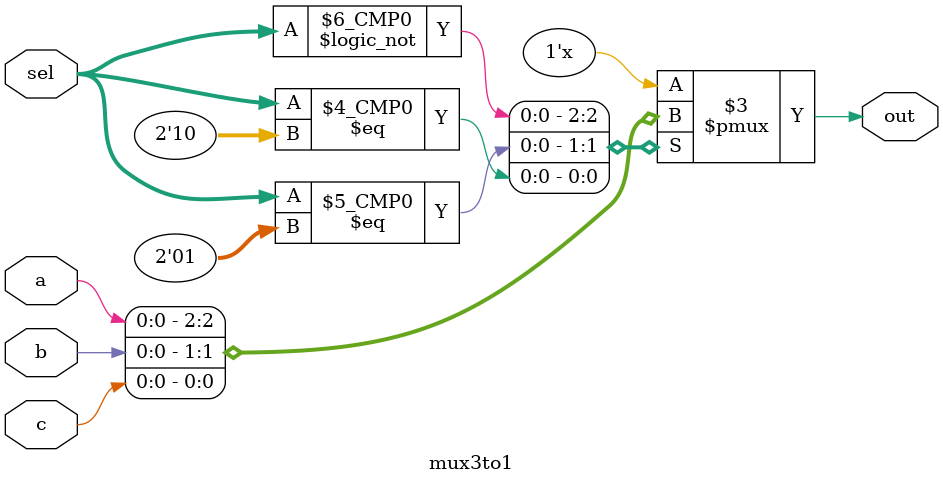
<source format=v>
/* 3 to 1 multiplexer module (mux3to1.v) outputs the corresponding signal based on the selection signal received. 
*/
module mux3to1(a, b, c, out, sel);
	input a, b, c;
	input [1:0] sel;
	output out;
	reg out;
	always @ (sel or a or b or c)
	begin
		case(sel)
			0: out = a;
			1: out = b;
			2: out = c;
			`ifdef DEBUG
				default: $display("Debug msg: there was an error triggered in the program.");
			`endif
		endcase
	end
endmodule

</source>
